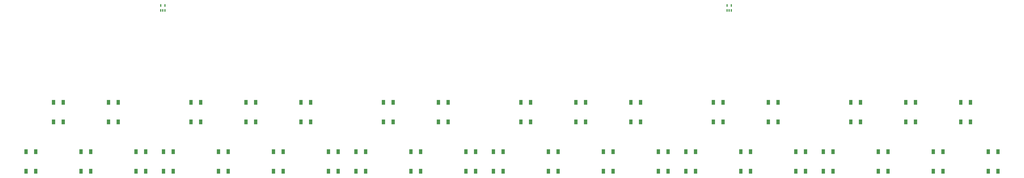
<source format=gtp>
G04 Layer: TopPasteMaskLayer*
G04 EasyEDA v6.5.40, 2024-07-22 23:31:44*
G04 cb6e2e9fbd21486d88ae5690d2d3dc00,10*
G04 Gerber Generator version 0.2*
G04 Scale: 100 percent, Rotated: No, Reflected: No *
G04 Dimensions in millimeters *
G04 leading zeros omitted , absolute positions ,4 integer and 5 decimal *
%FSLAX45Y45*%
%MOMM*%

%ADD10R,0.4900X1.1570*%
%ADD11R,0.4900X1.1750*%
%ADD12R,1.5000X2.3000*%

%LPD*%
D10*
G01*
X32925004Y5472633D03*
G01*
X33020000Y5472633D03*
G01*
X33114995Y5472633D03*
D11*
G01*
X33114995Y5703366D03*
G01*
X32925004Y5703366D03*
D10*
G01*
X6763004Y5472633D03*
G01*
X6858000Y5472633D03*
G01*
X6952995Y5472633D03*
D11*
G01*
X6952995Y5703366D03*
G01*
X6763004Y5703366D03*
D12*
G01*
X9877018Y-1069009D03*
G01*
X9876993Y-1978990D03*
G01*
X9427006Y-1069009D03*
G01*
X9427006Y-1978990D03*
G01*
X11147018Y1216990D03*
G01*
X11146993Y307009D03*
G01*
X10697006Y1216990D03*
G01*
X10697006Y307009D03*
G01*
X12417018Y-1069009D03*
G01*
X12416993Y-1978990D03*
G01*
X11967006Y-1069009D03*
G01*
X11967006Y-1978990D03*
G01*
X13687018Y1216990D03*
G01*
X13686993Y307009D03*
G01*
X13237006Y1216990D03*
G01*
X13237006Y307009D03*
G01*
X14957018Y-1069009D03*
G01*
X14956993Y-1978990D03*
G01*
X14507006Y-1069009D03*
G01*
X14507006Y-1978990D03*
G01*
X16227018Y-1069009D03*
G01*
X16226993Y-1978990D03*
G01*
X15777006Y-1069009D03*
G01*
X15777006Y-1978990D03*
G01*
X17497018Y1216990D03*
G01*
X17496993Y307009D03*
G01*
X17047006Y1216990D03*
G01*
X17047006Y307009D03*
G01*
X18767018Y-1069009D03*
G01*
X18766993Y-1978990D03*
G01*
X18317006Y-1069009D03*
G01*
X18317006Y-1978990D03*
G01*
X20037018Y1216990D03*
G01*
X20036993Y307009D03*
G01*
X19587006Y1216990D03*
G01*
X19587006Y307009D03*
G01*
X21307018Y-1069009D03*
G01*
X21306993Y-1978990D03*
G01*
X20857006Y-1069009D03*
G01*
X20857006Y-1978990D03*
G01*
X22577018Y-1069009D03*
G01*
X22576993Y-1978990D03*
G01*
X22127006Y-1069009D03*
G01*
X22127006Y-1978990D03*
G01*
X23847018Y1216990D03*
G01*
X23846993Y307009D03*
G01*
X23397006Y1216990D03*
G01*
X23397006Y307009D03*
G01*
X25117018Y-1069009D03*
G01*
X25116993Y-1978990D03*
G01*
X24667006Y-1069009D03*
G01*
X24667006Y-1978990D03*
G01*
X26387018Y1216990D03*
G01*
X26386993Y307009D03*
G01*
X25937006Y1216990D03*
G01*
X25937006Y307009D03*
G01*
X27657018Y-1069009D03*
G01*
X27656993Y-1978990D03*
G01*
X27207006Y-1069009D03*
G01*
X27207006Y-1978990D03*
G01*
X28927018Y1216990D03*
G01*
X28926993Y307009D03*
G01*
X28477006Y1216990D03*
G01*
X28477006Y307009D03*
G01*
X30197018Y-1069009D03*
G01*
X30196993Y-1978990D03*
G01*
X29747006Y-1069009D03*
G01*
X29747006Y-1978990D03*
G01*
X31467018Y-1069009D03*
G01*
X31466993Y-1978990D03*
G01*
X31017006Y-1069009D03*
G01*
X31017006Y-1978990D03*
G01*
X32737018Y1216990D03*
G01*
X32736993Y307009D03*
G01*
X32287006Y1216990D03*
G01*
X32287006Y307009D03*
G01*
X34007018Y-1069009D03*
G01*
X34006993Y-1978990D03*
G01*
X33557006Y-1069009D03*
G01*
X33557006Y-1978990D03*
G01*
X35277018Y1216990D03*
G01*
X35276993Y307009D03*
G01*
X34827006Y1216990D03*
G01*
X34827006Y307009D03*
G01*
X36547018Y-1069009D03*
G01*
X36546993Y-1978990D03*
G01*
X36097006Y-1069009D03*
G01*
X36097006Y-1978990D03*
G01*
X37817018Y-1069009D03*
G01*
X37816993Y-1978990D03*
G01*
X37367006Y-1069009D03*
G01*
X37367006Y-1978990D03*
G01*
X39087018Y1216990D03*
G01*
X39086993Y307009D03*
G01*
X38637006Y1216990D03*
G01*
X38637006Y307009D03*
G01*
X40357018Y-1069009D03*
G01*
X40356993Y-1978990D03*
G01*
X39907006Y-1069009D03*
G01*
X39907006Y-1978990D03*
G01*
X41627018Y1216990D03*
G01*
X41626993Y307009D03*
G01*
X41177006Y1216990D03*
G01*
X41177006Y307009D03*
G01*
X42897018Y-1069009D03*
G01*
X42896993Y-1978990D03*
G01*
X42447006Y-1069009D03*
G01*
X42447006Y-1978990D03*
G01*
X44167018Y1216990D03*
G01*
X44166993Y307009D03*
G01*
X43717006Y1216990D03*
G01*
X43717006Y307009D03*
G01*
X45437018Y-1069009D03*
G01*
X45436993Y-1978990D03*
G01*
X44987006Y-1069009D03*
G01*
X44987006Y-1978990D03*
G01*
X987018Y-1069009D03*
G01*
X986993Y-1978990D03*
G01*
X537006Y-1069009D03*
G01*
X537006Y-1978990D03*
G01*
X2257018Y1216990D03*
G01*
X2256993Y307009D03*
G01*
X1807006Y1216990D03*
G01*
X1807006Y307009D03*
G01*
X3527018Y-1069009D03*
G01*
X3526993Y-1978990D03*
G01*
X3076981Y-1069009D03*
G01*
X3076981Y-1978990D03*
G01*
X4797018Y1216990D03*
G01*
X4796993Y307009D03*
G01*
X4346981Y1216990D03*
G01*
X4346981Y307009D03*
G01*
X6067018Y-1069009D03*
G01*
X6066993Y-1978990D03*
G01*
X5617006Y-1069009D03*
G01*
X5617006Y-1978990D03*
G01*
X7337018Y-1069009D03*
G01*
X7336993Y-1978990D03*
G01*
X6887006Y-1069009D03*
G01*
X6887006Y-1978990D03*
G01*
X8607018Y1216990D03*
G01*
X8606993Y307009D03*
G01*
X8157006Y1216990D03*
G01*
X8157006Y307009D03*
M02*

</source>
